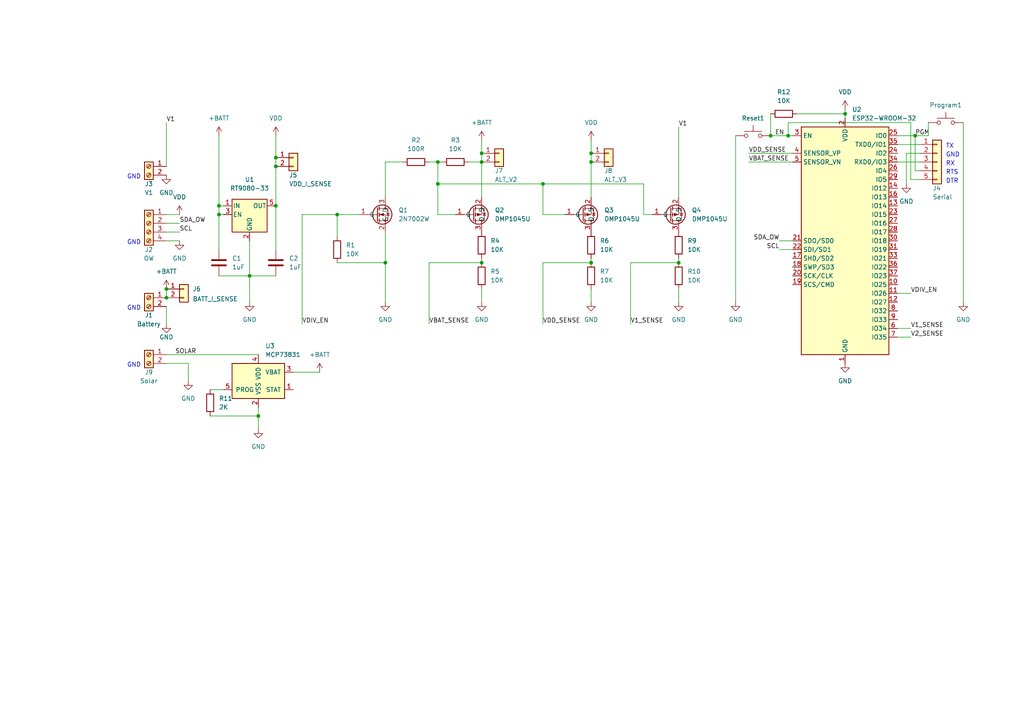
<source format=kicad_sch>
(kicad_sch (version 20211123) (generator eeschema)
  (paper "A4")
  (lib_symbols
    (symbol "BSS83P_1"
      (property "Reference" "Q" (at 5.08 1.905 0))
      (property "Value" "BSS83P_1" (at 5.08 0 0))
      (symbol "BSS83P_1_0_1"
        (polyline (pts (xy 0.254 0) (xy -2.54 0)))
        (polyline (pts (xy 0.254 1.905) (xy 0.254 -1.905)) (stroke (width 0.254)))
        (polyline (pts (xy 0.762 -1.27) (xy 0.762 -2.286)) (stroke (width 0.254)))
        (polyline (pts (xy 0.762 0.508) (xy 0.762 -0.508)) (stroke (width 0.254)))
        (polyline (pts (xy 0.762 2.286) (xy 0.762 1.27)) (stroke (width 0.254)))
        (polyline (pts (xy 2.54 2.54) (xy 2.54 1.778)))
        (polyline (pts (xy 2.54 -2.54) (xy 2.54 0) (xy 0.762 0)))
        (polyline (pts (xy 0.762 1.778) (xy 3.302 1.778) (xy 3.302 -1.778) (xy 0.762 -1.778)))
        (polyline (pts (xy 2.286 0) (xy 1.27 0.381) (xy 1.27 -0.381) (xy 2.286 0)) (fill (type outline)))
        (polyline (pts (xy 2.794 -0.508) (xy 2.921 -0.381) (xy 3.683 -0.381) (xy 3.81 -0.254)))
        (polyline (pts (xy 3.302 -0.381) (xy 2.921 0.254) (xy 3.683 0.254) (xy 3.302 -0.381)))
        (circle (center 1.651 0) (radius 2.794) (stroke (width 0.254)))
        (circle (center 2.54 -1.778) (radius 0.254) (fill (type outline)))
        (circle (center 2.54 1.778) (radius 0.254) (fill (type outline)))
      )
      (symbol "BSS83P_1_1_1"
        (pin input line (at -5.08 0 0) (length 2.54) (name "G") (number "1"))
        (pin passive line (at 2.54 -5.08 90) (length 2.54) (name "S") (number "2"))
        (pin passive line (at 2.54 5.08 270) (length 2.54) (name "D") (number "3"))
      )
    )
    (symbol "BSS83P_2"
      (property "Reference" "Q" (at 5.08 1.905 0))
      (property "Value" "BSS83P_2" (at 5.08 0 0))
      (symbol "BSS83P_2_0_1"
        (polyline (pts (xy 0.254 0) (xy -2.54 0)))
        (polyline (pts (xy 0.254 1.905) (xy 0.254 -1.905)) (stroke (width 0.254)))
        (polyline (pts (xy 0.762 -1.27) (xy 0.762 -2.286)) (stroke (width 0.254)))
        (polyline (pts (xy 0.762 0.508) (xy 0.762 -0.508)) (stroke (width 0.254)))
        (polyline (pts (xy 0.762 2.286) (xy 0.762 1.27)) (stroke (width 0.254)))
        (polyline (pts (xy 2.54 2.54) (xy 2.54 1.778)))
        (polyline (pts (xy 2.54 -2.54) (xy 2.54 0) (xy 0.762 0)))
        (polyline (pts (xy 0.762 1.778) (xy 3.302 1.778) (xy 3.302 -1.778) (xy 0.762 -1.778)))
        (polyline (pts (xy 2.286 0) (xy 1.27 0.381) (xy 1.27 -0.381) (xy 2.286 0)) (fill (type outline)))
        (polyline (pts (xy 2.794 -0.508) (xy 2.921 -0.381) (xy 3.683 -0.381) (xy 3.81 -0.254)))
        (polyline (pts (xy 3.302 -0.381) (xy 2.921 0.254) (xy 3.683 0.254) (xy 3.302 -0.381)))
        (circle (center 1.651 0) (radius 2.794) (stroke (width 0.254)))
        (circle (center 2.54 -1.778) (radius 0.254) (fill (type outline)))
        (circle (center 2.54 1.778) (radius 0.254) (fill (type outline)))
      )
      (symbol "BSS83P_2_1_1"
        (pin input line (at -5.08 0 0) (length 2.54) (name "G") (number "1"))
        (pin passive line (at 2.54 -5.08 90) (length 2.54) (name "S") (number "2"))
        (pin passive line (at 2.54 5.08 270) (length 2.54) (name "D") (number "3"))
      )
    )
    (symbol "Battery_Management:MCP73831-2-OT" (pin_names (offset 1.016))
      (property "Reference" "U" (at -7.62 6.35 0))
      (property "Value" "MCP73831-2-OT" (at 1.27 6.35 0))
      (symbol "MCP73831-2-OT_0_1"
        (rectangle (start -7.62 5.08) (end 7.62 -5.08) (stroke (width 0.254)) (fill (type background)))
      )
      (symbol "MCP73831-2-OT_1_1"
        (pin output line (at 10.16 -2.54 180) (length 2.54) (name "STAT") (number "1"))
        (pin power_in line (at 0 -7.62 90) (length 2.54) (name "VSS") (number "2"))
        (pin power_out line (at 10.16 2.54 180) (length 2.54) (name "VBAT") (number "3"))
        (pin power_in line (at 0 7.62 270) (length 2.54) (name "VDD") (number "4"))
        (pin input line (at -10.16 -2.54 0) (length 2.54) (name "PROG") (number "5"))
      )
    )
    (symbol "Connector:Screw_Terminal_01x02" (pin_names (offset 1.016) hide)
      (property "Reference" "J" (at 0 2.54 0))
      (property "Value" "Screw_Terminal_01x02" (at 0 -5.08 0))
      (symbol "Screw_Terminal_01x02_1_1"
        (rectangle (start -1.27 1.27) (end 1.27 -3.81) (stroke (width 0.254)) (fill (type background)))
        (circle (center 0 -2.54) (radius 0.635) (stroke (width 0.1524)))
        (polyline (pts (xy -0.5334 -2.2098) (xy 0.3302 -3.048)) (stroke (width 0.1524)))
        (polyline (pts (xy -0.5334 0.3302) (xy 0.3302 -0.508)) (stroke (width 0.1524)))
        (polyline (pts (xy -0.3556 -2.032) (xy 0.508 -2.8702)) (stroke (width 0.1524)))
        (polyline (pts (xy -0.3556 0.508) (xy 0.508 -0.3302)) (stroke (width 0.1524)))
        (circle (center 0 0) (radius 0.635) (stroke (width 0.1524)))
        (pin passive line (at -5.08 0 0) (length 3.81) (name "Pin_1") (number "1"))
        (pin passive line (at -5.08 -2.54 0) (length 3.81) (name "Pin_2") (number "2"))
      )
    )
    (symbol "Connector:Screw_Terminal_01x04" (pin_names (offset 1.016) hide)
      (property "Reference" "J" (at 0 5.08 0))
      (property "Value" "Screw_Terminal_01x04" (at 0 -7.62 0))
      (symbol "Screw_Terminal_01x04_1_1"
        (rectangle (start -1.27 3.81) (end 1.27 -6.35) (stroke (width 0.254)) (fill (type background)))
        (circle (center 0 -5.08) (radius 0.635) (stroke (width 0.1524)))
        (circle (center 0 -2.54) (radius 0.635) (stroke (width 0.1524)))
        (polyline (pts (xy -0.5334 -4.7498) (xy 0.3302 -5.588)) (stroke (width 0.1524)))
        (polyline (pts (xy -0.5334 -2.2098) (xy 0.3302 -3.048)) (stroke (width 0.1524)))
        (polyline (pts (xy -0.5334 0.3302) (xy 0.3302 -0.508)) (stroke (width 0.1524)))
        (polyline (pts (xy -0.5334 2.8702) (xy 0.3302 2.032)) (stroke (width 0.1524)))
        (polyline (pts (xy -0.3556 -4.572) (xy 0.508 -5.4102)) (stroke (width 0.1524)))
        (polyline (pts (xy -0.3556 -2.032) (xy 0.508 -2.8702)) (stroke (width 0.1524)))
        (polyline (pts (xy -0.3556 0.508) (xy 0.508 -0.3302)) (stroke (width 0.1524)))
        (polyline (pts (xy -0.3556 3.048) (xy 0.508 2.2098)) (stroke (width 0.1524)))
        (circle (center 0 0) (radius 0.635) (stroke (width 0.1524)))
        (circle (center 0 2.54) (radius 0.635) (stroke (width 0.1524)))
        (pin passive line (at -5.08 2.54 0) (length 3.81) (name "Pin_1") (number "1"))
        (pin passive line (at -5.08 0 0) (length 3.81) (name "Pin_2") (number "2"))
        (pin passive line (at -5.08 -2.54 0) (length 3.81) (name "Pin_3") (number "3"))
        (pin passive line (at -5.08 -5.08 0) (length 3.81) (name "Pin_4") (number "4"))
      )
    )
    (symbol "Connector_Generic:Conn_01x02" (pin_names (offset 1.016) hide)
      (property "Reference" "J" (at 0 2.54 0))
      (property "Value" "Conn_01x02" (at 0 -5.08 0))
      (symbol "Conn_01x02_1_1"
        (rectangle (start -1.27 -2.413) (end 0 -2.667) (stroke (width 0.1524)))
        (rectangle (start -1.27 0.127) (end 0 -0.127) (stroke (width 0.1524)))
        (rectangle (start -1.27 1.27) (end 1.27 -3.81) (stroke (width 0.254)) (fill (type background)))
        (pin passive line (at -5.08 0 0) (length 3.81) (name "Pin_1") (number "1"))
        (pin passive line (at -5.08 -2.54 0) (length 3.81) (name "Pin_2") (number "2"))
      )
    )
    (symbol "Connector_Generic:Conn_01x05" (pin_names (offset 1.016) hide)
      (property "Reference" "J" (at 0 7.62 0))
      (property "Value" "Conn_01x05" (at 0 -7.62 0))
      (symbol "Conn_01x05_1_1"
        (rectangle (start -1.27 -4.953) (end 0 -5.207) (stroke (width 0.1524)))
        (rectangle (start -1.27 -2.413) (end 0 -2.667) (stroke (width 0.1524)))
        (rectangle (start -1.27 0.127) (end 0 -0.127) (stroke (width 0.1524)))
        (rectangle (start -1.27 2.667) (end 0 2.413) (stroke (width 0.1524)))
        (rectangle (start -1.27 5.207) (end 0 4.953) (stroke (width 0.1524)))
        (rectangle (start -1.27 6.35) (end 1.27 -6.35) (stroke (width 0.254)) (fill (type background)))
        (pin passive line (at -5.08 5.08 0) (length 3.81) (name "Pin_1") (number "1"))
        (pin passive line (at -5.08 2.54 0) (length 3.81) (name "Pin_2") (number "2"))
        (pin passive line (at -5.08 0 0) (length 3.81) (name "Pin_3") (number "3"))
        (pin passive line (at -5.08 -2.54 0) (length 3.81) (name "Pin_4") (number "4"))
        (pin passive line (at -5.08 -5.08 0) (length 3.81) (name "Pin_5") (number "5"))
      )
    )
    (symbol "Device:C" (pin_numbers hide) (pin_names (offset 0.254))
      (property "Reference" "C" (at 0.635 2.54 0))
      (property "Value" "C" (at 0.635 -2.54 0))
      (symbol "C_0_1"
        (polyline (pts (xy -2.032 -0.762) (xy 2.032 -0.762)) (stroke (width 0.508)))
        (polyline (pts (xy -2.032 0.762) (xy 2.032 0.762)) (stroke (width 0.508)))
      )
      (symbol "C_1_1"
        (pin passive line (at 0 3.81 270) (length 2.794) (name "~") (number "1"))
        (pin passive line (at 0 -3.81 90) (length 2.794) (name "~") (number "2"))
      )
    )
    (symbol "Device:R" (pin_numbers hide) (pin_names (offset 0))
      (property "Reference" "R" (at 2.032 0 90))
      (property "Value" "R" (at 0 0 90))
      (symbol "R_0_1"
        (rectangle (start -1.016 -2.54) (end 1.016 2.54) (stroke (width 0.254)))
      )
      (symbol "R_1_1"
        (pin passive line (at 0 3.81 270) (length 1.27) (name "~") (number "1"))
        (pin passive line (at 0 -3.81 90) (length 1.27) (name "~") (number "2"))
      )
    )
    (symbol "RF_Module:ESP32-WROOM-32"
      (property "Reference" "U" (at -12.7 34.29 0))
      (property "Value" "ESP32-WROOM-32" (at 1.27 34.29 0))
      (symbol "ESP32-WROOM-32_0_1"
        (rectangle (start -12.7 33.02) (end 12.7 -33.02) (stroke (width 0.254)) (fill (type background)))
      )
      (symbol "ESP32-WROOM-32_1_1"
        (pin power_in line (at 0 -35.56 90) (length 2.54) (name "GND") (number "1"))
        (pin bidirectional line (at 15.24 -12.7 180) (length 2.54) (name "IO25") (number "10"))
        (pin bidirectional line (at 15.24 -15.24 180) (length 2.54) (name "IO26") (number "11"))
        (pin bidirectional line (at 15.24 -17.78 180) (length 2.54) (name "IO27") (number "12"))
        (pin bidirectional line (at 15.24 10.16 180) (length 2.54) (name "IO14") (number "13"))
        (pin bidirectional line (at 15.24 15.24 180) (length 2.54) (name "IO12") (number "14"))
        (pin passive line (at 0 -35.56 90) (length 2.54) hide (name "GND") (number "15"))
        (pin bidirectional line (at 15.24 12.7 180) (length 2.54) (name "IO13") (number "16"))
        (pin bidirectional line (at -15.24 -5.08 0) (length 2.54) (name "SHD/SD2") (number "17"))
        (pin bidirectional line (at -15.24 -7.62 0) (length 2.54) (name "SWP/SD3") (number "18"))
        (pin bidirectional line (at -15.24 -12.7 0) (length 2.54) (name "SCS/CMD") (number "19"))
        (pin power_in line (at 0 35.56 270) (length 2.54) (name "VDD") (number "2"))
        (pin bidirectional line (at -15.24 -10.16 0) (length 2.54) (name "SCK/CLK") (number "20"))
        (pin bidirectional line (at -15.24 0 0) (length 2.54) (name "SDO/SD0") (number "21"))
        (pin bidirectional line (at -15.24 -2.54 0) (length 2.54) (name "SDI/SD1") (number "22"))
        (pin bidirectional line (at 15.24 7.62 180) (length 2.54) (name "IO15") (number "23"))
        (pin bidirectional line (at 15.24 25.4 180) (length 2.54) (name "IO2") (number "24"))
        (pin bidirectional line (at 15.24 30.48 180) (length 2.54) (name "IO0") (number "25"))
        (pin bidirectional line (at 15.24 20.32 180) (length 2.54) (name "IO4") (number "26"))
        (pin bidirectional line (at 15.24 5.08 180) (length 2.54) (name "IO16") (number "27"))
        (pin bidirectional line (at 15.24 2.54 180) (length 2.54) (name "IO17") (number "28"))
        (pin bidirectional line (at 15.24 17.78 180) (length 2.54) (name "IO5") (number "29"))
        (pin input line (at -15.24 30.48 0) (length 2.54) (name "EN") (number "3"))
        (pin bidirectional line (at 15.24 0 180) (length 2.54) (name "IO18") (number "30"))
        (pin bidirectional line (at 15.24 -2.54 180) (length 2.54) (name "IO19") (number "31"))
        (pin no_connect line (at -12.7 -27.94 0) (length 2.54) hide (name "NC") (number "32"))
        (pin bidirectional line (at 15.24 -5.08 180) (length 2.54) (name "IO21") (number "33"))
        (pin bidirectional line (at 15.24 22.86 180) (length 2.54) (name "RXD0/IO3") (number "34"))
        (pin bidirectional line (at 15.24 27.94 180) (length 2.54) (name "TXD0/IO1") (number "35"))
        (pin bidirectional line (at 15.24 -7.62 180) (length 2.54) (name "IO22") (number "36"))
        (pin bidirectional line (at 15.24 -10.16 180) (length 2.54) (name "IO23") (number "37"))
        (pin passive line (at 0 -35.56 90) (length 2.54) hide (name "GND") (number "38"))
        (pin passive line (at 0 -35.56 90) (length 2.54) hide (name "GND") (number "39"))
        (pin input line (at -15.24 25.4 0) (length 2.54) (name "SENSOR_VP") (number "4"))
        (pin input line (at -15.24 22.86 0) (length 2.54) (name "SENSOR_VN") (number "5"))
        (pin input line (at 15.24 -25.4 180) (length 2.54) (name "IO34") (number "6"))
        (pin input line (at 15.24 -27.94 180) (length 2.54) (name "IO35") (number "7"))
        (pin bidirectional line (at 15.24 -20.32 180) (length 2.54) (name "IO32") (number "8"))
        (pin bidirectional line (at 15.24 -22.86 180) (length 2.54) (name "IO33") (number "9"))
      )
    )
    (symbol "R_1" (pin_numbers hide) (pin_names (offset 0))
      (property "Reference" "R" (at 2.032 0 90))
      (property "Value" "R_1" (at 0 0 90))
      (symbol "R_1_0_1"
        (rectangle (start -1.016 -2.54) (end 1.016 2.54) (stroke (width 0.254)))
      )
      (symbol "R_1_1_1"
        (pin passive line (at 0 3.81 270) (length 1.27) (name "~") (number "1"))
        (pin passive line (at 0 -3.81 90) (length 1.27) (name "~") (number "2"))
      )
    )
    (symbol "Regulator_Linear:TLV70012_SOT23-5" (pin_names (offset 0.254))
      (property "Reference" "U" (at -3.81 5.715 0))
      (property "Value" "TLV70012_SOT23-5" (at 0 5.715 0))
      (symbol "TLV70012_SOT23-5_0_1"
        (rectangle (start -5.08 4.445) (end 5.08 -5.08) (stroke (width 0.254)) (fill (type background)))
      )
      (symbol "TLV70012_SOT23-5_1_1"
        (pin power_in line (at -7.62 2.54 0) (length 2.54) (name "IN") (number "1"))
        (pin power_in line (at 0 -7.62 90) (length 2.54) (name "GND") (number "2"))
        (pin input line (at -7.62 0 0) (length 2.54) (name "EN") (number "3"))
        (pin no_connect line (at 5.08 0 180) (length 2.54) hide (name "NC") (number "4"))
        (pin power_out line (at 7.62 2.54 180) (length 2.54) (name "OUT") (number "5"))
      )
    )
    (symbol "Switch:SW_Push" (pin_numbers hide) (pin_names (offset 1.016) hide)
      (property "Reference" "SW" (at 1.27 2.54 0))
      (property "Value" "SW_Push" (at 0 -1.524 0))
      (symbol "SW_Push_0_1"
        (circle (center -2.032 0) (radius 0.508))
        (polyline (pts (xy 0 1.27) (xy 0 3.048)))
        (polyline (pts (xy 2.54 1.27) (xy -2.54 1.27)))
        (circle (center 2.032 0) (radius 0.508))
        (pin passive line (at -5.08 0 0) (length 2.54) (name "1") (number "1"))
        (pin passive line (at 5.08 0 180) (length 2.54) (name "2") (number "2"))
      )
    )
    (symbol "Transistor_FET:2N7002"
      (property "Reference" "Q" (at 5.08 1.905 0))
      (property "Value" "2N7002" (at 5.08 0 0))
      (symbol "2N7002_0_1"
        (polyline (pts (xy 0.254 0) (xy -2.54 0)))
        (polyline (pts (xy 0.254 1.905) (xy 0.254 -1.905)) (stroke (width 0.254)))
        (polyline (pts (xy 0.762 -1.27) (xy 0.762 -2.286)) (stroke (width 0.254)))
        (polyline (pts (xy 0.762 0.508) (xy 0.762 -0.508)) (stroke (width 0.254)))
        (polyline (pts (xy 0.762 2.286) (xy 0.762 1.27)) (stroke (width 0.254)))
        (polyline (pts (xy 2.54 2.54) (xy 2.54 1.778)))
        (polyline (pts (xy 2.54 -2.54) (xy 2.54 0) (xy 0.762 0)))
        (polyline (pts (xy 0.762 -1.778) (xy 3.302 -1.778) (xy 3.302 1.778) (xy 0.762 1.778)))
        (polyline (pts (xy 1.016 0) (xy 2.032 0.381) (xy 2.032 -0.381) (xy 1.016 0)) (fill (type outline)))
        (polyline (pts (xy 2.794 0.508) (xy 2.921 0.381) (xy 3.683 0.381) (xy 3.81 0.254)))
        (polyline (pts (xy 3.302 0.381) (xy 2.921 -0.254) (xy 3.683 -0.254) (xy 3.302 0.381)))
        (circle (center 1.651 0) (radius 2.794) (stroke (width 0.254)))
        (circle (center 2.54 -1.778) (radius 0.254) (fill (type outline)))
        (circle (center 2.54 1.778) (radius 0.254) (fill (type outline)))
      )
      (symbol "2N7002_1_1"
        (pin input line (at -5.08 0 0) (length 2.54) (name "G") (number "1"))
        (pin passive line (at 2.54 -5.08 90) (length 2.54) (name "S") (number "2"))
        (pin passive line (at 2.54 5.08 270) (length 2.54) (name "D") (number "3"))
      )
    )
    (symbol "Transistor_FET:BSS83P"
      (property "Reference" "Q" (at 5.08 1.905 0))
      (property "Value" "BSS83P" (at 5.08 0 0))
      (symbol "BSS83P_0_1"
        (polyline (pts (xy 0.254 0) (xy -2.54 0)))
        (polyline (pts (xy 0.254 1.905) (xy 0.254 -1.905)) (stroke (width 0.254)))
        (polyline (pts (xy 0.762 -1.27) (xy 0.762 -2.286)) (stroke (width 0.254)))
        (polyline (pts (xy 0.762 0.508) (xy 0.762 -0.508)) (stroke (width 0.254)))
        (polyline (pts (xy 0.762 2.286) (xy 0.762 1.27)) (stroke (width 0.254)))
        (polyline (pts (xy 2.54 2.54) (xy 2.54 1.778)))
        (polyline (pts (xy 2.54 -2.54) (xy 2.54 0) (xy 0.762 0)))
        (polyline (pts (xy 0.762 1.778) (xy 3.302 1.778) (xy 3.302 -1.778) (xy 0.762 -1.778)))
        (polyline (pts (xy 2.286 0) (xy 1.27 0.381) (xy 1.27 -0.381) (xy 2.286 0)) (fill (type outline)))
        (polyline (pts (xy 2.794 -0.508) (xy 2.921 -0.381) (xy 3.683 -0.381) (xy 3.81 -0.254)))
        (polyline (pts (xy 3.302 -0.381) (xy 2.921 0.254) (xy 3.683 0.254) (xy 3.302 -0.381)))
        (circle (center 1.651 0) (radius 2.794) (stroke (width 0.254)))
        (circle (center 2.54 -1.778) (radius 0.254) (fill (type outline)))
        (circle (center 2.54 1.778) (radius 0.254) (fill (type outline)))
      )
      (symbol "BSS83P_1_1"
        (pin input line (at -5.08 0 0) (length 2.54) (name "G") (number "1"))
        (pin passive line (at 2.54 -5.08 90) (length 2.54) (name "S") (number "2"))
        (pin passive line (at 2.54 5.08 270) (length 2.54) (name "D") (number "3"))
      )
    )
    (symbol "power:+BATT" (power) (pin_names (offset 0))
      (property "Value" "+BATT" (at 0 3.556 0))
      (symbol "+BATT_0_1"
        (polyline (pts (xy -0.762 1.27) (xy 0 2.54)))
        (polyline (pts (xy 0 0) (xy 0 2.54)))
        (polyline (pts (xy 0 2.54) (xy 0.762 1.27)))
      )
      (symbol "+BATT_1_1"
        (pin power_in line (at 0 0 90) (length 0) hide (name "+BATT") (number "1"))
      )
    )
    (symbol "power:GND" (power) (pin_names (offset 0))
      (property "Value" "GND" (at 0 -3.81 0))
      (symbol "GND_0_1"
        (polyline (pts (xy 0 0) (xy 0 -1.27) (xy 1.27 -1.27) (xy 0 -2.54) (xy -1.27 -1.27) (xy 0 -1.27)))
      )
      (symbol "GND_1_1"
        (pin power_in line (at 0 0 270) (length 0) hide (name "GND") (number "1"))
      )
    )
    (symbol "power:VDD" (power) (pin_names (offset 0))
      (property "Value" "VDD" (at 0 3.81 0))
      (symbol "VDD_0_1"
        (polyline (pts (xy -0.762 1.27) (xy 0 2.54)))
        (polyline (pts (xy 0 0) (xy 0 2.54)))
        (polyline (pts (xy 0 2.54) (xy 0.762 1.27)))
      )
      (symbol "VDD_1_1"
        (pin power_in line (at 0 0 90) (length 0) hide (name "VDD") (number "1"))
      )
    )
  )
  (junction (at 127 46.99))
  (junction (at 223.52 39.37))
  (junction (at 80.01 48.26))
  (junction (at 97.79 62.23))
  (junction (at 48.26 83.82))
  (junction (at 72.39 80.01))
  (junction (at 63.5 59.69))
  (junction (at 245.11 33.02))
  (junction (at 139.7 44.45))
  (junction (at 171.45 46.99))
  (junction (at 63.5 62.23))
  (junction (at 265.43 39.37))
  (junction (at 111.76 76.2))
  (junction (at 171.45 44.45))
  (junction (at 80.01 59.69))
  (junction (at 74.93 120.65))
  (junction (at 171.45 76.2))
  (junction (at 139.7 76.2))
  (junction (at 80.01 45.72))
  (junction (at 139.7 46.99))
  (junction (at 48.26 86.36))
  (junction (at 157.48 53.34))
  (junction (at 127 53.34))
  (junction (at 196.85 76.2))
  (junction (at 228.6 39.37))
  (wire (pts (xy 60.96 120.65) (xy 74.93 120.65)))
  (wire (pts (xy 97.79 62.23) (xy 104.14 62.23)))
  (wire (pts (xy 139.7 46.99) (xy 139.7 57.15)))
  (wire (pts (xy 97.79 76.2) (xy 111.76 76.2)))
  (wire (pts (xy 231.14 33.02) (xy 245.11 33.02)))
  (wire (pts (xy 226.06 72.39) (xy 229.87 72.39)))
  (wire (pts (xy 266.7 49.53) (xy 265.43 49.53)))
  (wire (pts (xy 266.7 44.45) (xy 262.89 44.45)))
  (wire (pts (xy 171.45 74.93) (xy 171.45 76.2)))
  (wire (pts (xy 139.7 44.45) (xy 139.7 46.99)))
  (wire (pts (xy 48.26 67.31) (xy 52.07 67.31)))
  (wire (pts (xy 124.46 76.2) (xy 124.46 93.98)))
  (wire (pts (xy 196.85 36.83) (xy 196.85 57.15)))
  (wire (pts (xy 139.7 40.64) (xy 139.7 44.45)))
  (wire (pts (xy 80.01 39.37) (xy 80.01 45.72)))
  (wire (pts (xy 260.35 41.91) (xy 266.7 41.91)))
  (wire (pts (xy 48.26 48.26) (xy 48.26 35.56)))
  (wire (pts (xy 135.89 46.99) (xy 139.7 46.99)))
  (wire (pts (xy 80.01 59.69) (xy 80.01 72.39)))
  (wire (pts (xy 186.69 62.23) (xy 189.23 62.23)))
  (wire (pts (xy 171.45 40.64) (xy 171.45 44.45)))
  (wire (pts (xy 124.46 46.99) (xy 127 46.99)))
  (wire (pts (xy 74.93 120.65) (xy 74.93 124.46)))
  (wire (pts (xy 48.26 64.77) (xy 52.07 64.77)))
  (wire (pts (xy 127 46.99) (xy 127 53.34)))
  (wire (pts (xy 124.46 76.2) (xy 139.7 76.2)))
  (wire (pts (xy 127 62.23) (xy 132.08 62.23)))
  (wire (pts (xy 48.26 88.9) (xy 48.26 93.98)))
  (wire (pts (xy 157.48 53.34) (xy 157.48 62.23)))
  (wire (pts (xy 111.76 46.99) (xy 116.84 46.99)))
  (wire (pts (xy 63.5 39.37) (xy 63.5 59.69)))
  (wire (pts (xy 213.36 39.37) (xy 213.36 87.63)))
  (wire (pts (xy 223.52 39.37) (xy 228.6 39.37)))
  (wire (pts (xy 245.11 31.75) (xy 245.11 33.02)))
  (wire (pts (xy 266.7 52.07) (xy 264.16 52.07)))
  (wire (pts (xy 63.5 80.01) (xy 72.39 80.01)))
  (wire (pts (xy 182.88 76.2) (xy 196.85 76.2)))
  (wire (pts (xy 85.09 107.95) (xy 92.71 107.95)))
  (wire (pts (xy 63.5 62.23) (xy 64.77 62.23)))
  (wire (pts (xy 111.76 57.15) (xy 111.76 46.99)))
  (wire (pts (xy 182.88 76.2) (xy 182.88 93.98)))
  (wire (pts (xy 87.63 62.23) (xy 97.79 62.23)))
  (wire (pts (xy 196.85 74.93) (xy 196.85 76.2)))
  (wire (pts (xy 186.69 53.34) (xy 157.48 53.34)))
  (wire (pts (xy 87.63 62.23) (xy 87.63 93.98)))
  (wire (pts (xy 74.93 118.11) (xy 74.93 120.65)))
  (wire (pts (xy 223.52 33.02) (xy 223.52 39.37)))
  (wire (pts (xy 196.85 83.82) (xy 196.85 87.63)))
  (wire (pts (xy 260.35 97.79) (xy 264.16 97.79)))
  (wire (pts (xy 157.48 76.2) (xy 171.45 76.2)))
  (wire (pts (xy 265.43 39.37) (xy 265.43 49.53)))
  (wire (pts (xy 264.16 52.07) (xy 264.16 35.56)))
  (wire (pts (xy 127 46.99) (xy 128.27 46.99)))
  (wire (pts (xy 72.39 80.01) (xy 72.39 87.63)))
  (wire (pts (xy 48.26 105.41) (xy 54.61 105.41)))
  (wire (pts (xy 48.26 86.36) (xy 48.26 83.82)))
  (wire (pts (xy 127 53.34) (xy 157.48 53.34)))
  (wire (pts (xy 139.7 83.82) (xy 139.7 87.63)))
  (wire (pts (xy 157.48 76.2) (xy 157.48 93.98)))
  (wire (pts (xy 228.6 39.37) (xy 229.87 39.37)))
  (wire (pts (xy 111.76 76.2) (xy 111.76 87.63)))
  (wire (pts (xy 80.01 48.26) (xy 80.01 59.69)))
  (wire (pts (xy 269.24 35.56) (xy 269.24 39.37)))
  (wire (pts (xy 63.5 59.69) (xy 63.5 62.23)))
  (wire (pts (xy 80.01 45.72) (xy 80.01 48.26)))
  (wire (pts (xy 139.7 74.93) (xy 139.7 76.2)))
  (wire (pts (xy 48.26 62.23) (xy 52.07 62.23)))
  (wire (pts (xy 60.96 113.03) (xy 64.77 113.03)))
  (wire (pts (xy 245.11 33.02) (xy 245.11 34.29)))
  (wire (pts (xy 226.06 69.85) (xy 229.87 69.85)))
  (wire (pts (xy 63.5 62.23) (xy 63.5 72.39)))
  (wire (pts (xy 127 53.34) (xy 127 62.23)))
  (wire (pts (xy 260.35 85.09) (xy 264.16 85.09)))
  (wire (pts (xy 228.6 35.56) (xy 228.6 39.37)))
  (wire (pts (xy 260.35 95.25) (xy 264.16 95.25)))
  (wire (pts (xy 262.89 44.45) (xy 262.89 53.34)))
  (wire (pts (xy 260.35 46.99) (xy 266.7 46.99)))
  (wire (pts (xy 279.4 35.56) (xy 279.4 87.63)))
  (wire (pts (xy 264.16 35.56) (xy 228.6 35.56)))
  (wire (pts (xy 171.45 46.99) (xy 171.45 57.15)))
  (wire (pts (xy 171.45 44.45) (xy 171.45 46.99)))
  (wire (pts (xy 97.79 62.23) (xy 97.79 68.58)))
  (wire (pts (xy 265.43 39.37) (xy 269.24 39.37)))
  (wire (pts (xy 63.5 59.69) (xy 64.77 59.69)))
  (wire (pts (xy 186.69 62.23) (xy 186.69 53.34)))
  (wire (pts (xy 72.39 69.85) (xy 72.39 80.01)))
  (wire (pts (xy 54.61 105.41) (xy 54.61 110.49)))
  (wire (pts (xy 72.39 80.01) (xy 80.01 80.01)))
  (wire (pts (xy 48.26 102.87) (xy 74.93 102.87)))
  (wire (pts (xy 171.45 87.63) (xy 171.45 83.82)))
  (wire (pts (xy 217.17 46.99) (xy 229.87 46.99)))
  (wire (pts (xy 157.48 62.23) (xy 163.83 62.23)))
  (wire (pts (xy 217.17 44.45) (xy 229.87 44.45)))
  (wire (pts (xy 111.76 67.31) (xy 111.76 76.2)))
  (wire (pts (xy 48.26 69.85) (xy 52.07 69.85)))
  (wire (pts (xy 260.35 39.37) (xy 265.43 39.37)))
  (text "GND" (at 36.83 71.12 0) (effects (font (size 1.27 1.27)) (justify left bottom)))
  (text "DTR" (at 274.32 53.34 0) (effects (font (size 1.27 1.27)) (justify left bottom)))
  (text "GND" (at 36.83 52.07 0) (effects (font (size 1.27 1.27)) (justify left bottom)))
  (text "GND" (at 36.83 106.68 0) (effects (font (size 1.27 1.27)) (justify left bottom)))
  (text "RTS" (at 274.32 50.8 0) (effects (font (size 1.27 1.27)) (justify left bottom)))
  (text "GND" (at 36.83 90.17 0) (effects (font (size 1.27 1.27)) (justify left bottom)))
  (text "GND" (at 274.32 45.72 0) (effects (font (size 1.27 1.27)) (justify left bottom)))
  (text "RX" (at 274.32 48.26 0) (effects (font (size 1.27 1.27)) (justify left bottom)))
  (text "TX" (at 274.32 43.18 0) (effects (font (size 1.27 1.27)) (justify left bottom)))
  (label "VDIV_EN" (at 87.63 93.98 0))
  (label "VDD_SENSE" (at 157.48 93.98 0))
  (label "SCL" (at 52.07 67.31 0))
  (label "VBAT_SENSE" (at 124.46 93.98 0))
  (label "V1" (at 48.26 35.56 0))
  (label "V1_SENSE" (at 182.88 93.98 0))
  (label "SOLAR" (at 50.8 102.87 0))
  (label "PGM" (at 265.43 39.37 0))
  (label "V1" (at 196.85 36.83 0))
  (label "EN" (at 224.79 39.37 0))
  (label "SDA_OW" (at 52.07 64.77 0))
  (label "V2_SENSE" (at 264.16 97.79 0))
  (label "VBAT_SENSE" (at 217.17 46.99 0))
  (label "SCL" (at 226.06 72.39 180))
  (label "VDIV_EN" (at 264.16 85.09 0))
  (label "VDD_SENSE" (at 217.17 44.45 0))
  (label "SDA_OW" (at 226.06 69.85 180))
  (label "V1_SENSE" (at 264.16 95.25 0))
  (symbol (lib_id "Device:R") (at 132.08 46.99 270) (unit 1)
    (property "Reference" "R3" (at 132.08 40.64 90))
    (property "Value" "10K" (at 132.08 43.18 90))
    (property "Footprint" "Resistor_SMD:R_0805_2012Metric" (effects hide))
  )
  (symbol (lib_id "Connector_Generic:Conn_01x02") (at 176.53 44.45 0) (unit 1)
    (property "Reference" "J8" (at 175.26 49.53 0) (effects (justify left)))
    (property "Value" "ALT_V3" (at 175.26 52.07 0) (effects (justify left)))
    (property "Footprint" "Connector_PinHeader_2.54mm:PinHeader_1x02_P2.54mm_Vertical" (effects hide))
  )
  (symbol (lib_id "power:VDD") (at 52.07 62.23 0) (unit 1)
    (property "Reference" "#PWR0103" (effects hide))
    (property "Value" "VDD" (at 52.07 57.15 0))
  )
  (symbol (lib_id "power:+BATT") (at 92.71 107.95 0) (unit 1)
    (property "Reference" "#PWR0120" (effects hide))
    (property "Value" "+BATT" (at 92.71 102.87 0))
  )
  (symbol (lib_id "power:VDD") (at 171.45 40.64 0) (unit 1)
    (property "Reference" "#PWR0106" (effects hide))
    (property "Value" "VDD" (at 171.45 35.56 0))
  )
  (symbol (lib_id "power:GND") (at 245.11 105.41 0) (unit 1)
    (property "Reference" "#PWR0110" (effects hide))
    (property "Value" "GND" (at 245.11 110.49 0))
  )
  (symbol (lib_id "Device:R") (at 120.65 46.99 270) (unit 1)
    (property "Reference" "R2" (at 120.65 40.64 90))
    (property "Value" "100R" (at 120.65 43.18 90))
    (property "Footprint" "Resistor_SMD:R_0805_2012Metric" (effects hide))
  )
  (symbol (lib_id "Device:R") (at 139.7 80.01 0) (unit 1)
    (property "Reference" "R5" (at 142.24 78.7399 0) (effects (justify left)))
    (property "Value" "10K" (at 142.24 81.2799 0) (effects (justify left)))
    (property "Footprint" "Resistor_SMD:R_0805_2012Metric" (effects hide))
  )
  (symbol (lib_name "BSS83P_2") (lib_id "Transistor_FET:BSS83P") (at 168.91 62.23 0) (mirror x) (unit 1)
    (property "Reference" "Q3" (at 175.26 60.9599 0) (effects (justify left)))
    (property "Value" "DMP1045U" (at 175.26 63.4999 0) (effects (justify left)))
    (property "Footprint" "Package_TO_SOT_SMD:SOT-23" (effects hide))
    (property "Datasheet" "http://www.farnell.com/datasheets/1835997.pdf" (effects hide))
  )
  (symbol (lib_id "Connector:Screw_Terminal_01x04") (at 43.18 64.77 0) (mirror y) (unit 1)
    (property "Reference" "J2" (at 43.18 72.39 0))
    (property "Value" "OW" (at 43.18 74.93 0))
    (property "Footprint" "TerminalBlock_TE-Connectivity:TerminalBlock_TE_282834-4_1x04_P2.54mm_Horizontal" (effects hide))
  )
  (symbol (lib_id "Transistor_FET:2N7002") (at 109.22 62.23 0) (unit 1)
    (property "Reference" "Q1" (at 115.57 60.9599 0) (effects (justify left)))
    (property "Value" "2N7002W" (at 115.57 63.4999 0) (effects (justify left)))
    (property "Footprint" "Package_TO_SOT_SMD:SOT-23" (effects hide))
    (property "Datasheet" "https://www.onsemi.com/pub/Collateral/NDS7002A-D.PDF" (effects hide))
  )
  (symbol (lib_id "power:+BATT") (at 139.7 40.64 0) (unit 1)
    (property "Reference" "#PWR0114" (effects hide))
    (property "Value" "+BATT" (at 139.7 35.56 0))
  )
  (symbol (lib_id "power:GND") (at 52.07 69.85 0) (unit 1)
    (property "Reference" "#PWR0104" (effects hide))
    (property "Value" "GND" (at 52.07 74.93 0))
  )
  (symbol (lib_name "BSS83P_1") (lib_id "Transistor_FET:BSS83P") (at 137.16 62.23 0) (mirror x) (unit 1)
    (property "Reference" "Q2" (at 143.51 60.9599 0) (effects (justify left)))
    (property "Value" "DMP1045U" (at 143.51 63.4999 0) (effects (justify left)))
    (property "Footprint" "Package_TO_SOT_SMD:SOT-23" (effects hide))
    (property "Datasheet" "http://www.farnell.com/datasheets/1835997.pdf" (effects hide))
  )
  (symbol (lib_id "Connector_Generic:Conn_01x02") (at 53.34 83.82 0) (unit 1)
    (property "Reference" "J6" (at 55.88 83.82 0) (effects (justify left)))
    (property "Value" "BATT_I_SENSE" (at 55.88 86.7155 0) (effects (justify left)))
    (property "Footprint" "Connector_PinHeader_2.54mm:PinHeader_1x02_P2.54mm_Vertical" (effects hide))
  )
  (symbol (lib_id "Device:R") (at 196.85 71.12 0) (unit 1)
    (property "Reference" "R9" (at 199.39 69.8499 0) (effects (justify left)))
    (property "Value" "10K" (at 199.39 72.3899 0) (effects (justify left)))
    (property "Footprint" "Resistor_SMD:R_0805_2012Metric" (effects hide))
  )
  (symbol (lib_id "power:GND") (at 262.89 53.34 0) (unit 1)
    (property "Reference" "#PWR0107" (effects hide))
    (property "Value" "GND" (at 262.89 58.42 0))
  )
  (symbol (lib_id "Connector:Screw_Terminal_01x02") (at 43.18 102.87 0) (mirror y) (unit 1)
    (property "Reference" "J9" (at 43.18 107.95 0))
    (property "Value" "Solar" (at 43.18 110.49 0))
    (property "Footprint" "TerminalBlock_TE-Connectivity:TerminalBlock_TE_282834-2_1x02_P2.54mm_Horizontal" (effects hide))
  )
  (symbol (lib_id "power:GND") (at 48.26 50.8 0) (unit 1)
    (property "Reference" "#PWR0117" (effects hide))
    (property "Value" "GND" (at 48.26 55.88 0))
  )
  (symbol (lib_id "power:GND") (at 171.45 87.63 0) (unit 1)
    (property "Reference" "#PWR0109" (effects hide))
    (property "Value" "GND" (at 171.45 92.71 0))
  )
  (symbol (lib_id "power:+BATT") (at 63.5 39.37 0) (unit 1)
    (property "Reference" "#PWR0112" (effects hide))
    (property "Value" "+BATT" (at 63.5 34.29 0))
  )
  (symbol (lib_id "Connector_Generic:Conn_01x05") (at 271.78 46.99 0) (unit 1)
    (property "Reference" "J4" (at 270.51 54.61 0) (effects (justify left)))
    (property "Value" "Serial" (at 270.51 57.15 0) (effects (justify left)))
    (property "Footprint" "Connector_PinHeader_2.54mm:PinHeader_1x05_P2.54mm_Vertical" (effects hide))
  )
  (symbol (lib_id "Battery_Management:MCP73831-2-OT") (at 74.93 110.49 0) (unit 1)
    (property "Reference" "U3" (at 76.9494 100.33 0) (effects (justify left)))
    (property "Value" "MCP73831" (at 76.9494 102.87 0) (effects (justify left)))
    (property "Footprint" "Package_TO_SOT_SMD:SOT-23-5" (effects hide))
    (property "Datasheet" "http://ww1.microchip.com/downloads/en/DeviceDoc/20001984g.pdf" (effects hide))
  )
  (symbol (lib_id "Switch:SW_Push") (at 274.32 35.56 0) (unit 1)
    (property "Reference" "Program1" (at 274.32 30.48 0))
    (property "Value" "SW_Push" (effects hide))
    (property "Footprint" "0-Eyal:My_Switch" (effects hide))
  )
  (symbol (lib_id "power:GND") (at 54.61 110.49 0) (unit 1)
    (property "Reference" "#PWR0122" (effects hide))
    (property "Value" "GND" (at 54.61 115.57 0))
  )
  (symbol (lib_id "power:GND") (at 196.85 87.63 0) (unit 1)
    (property "Reference" "#PWR0116" (effects hide))
    (property "Value" "GND" (at 196.85 92.71 0))
  )
  (symbol (lib_id "Switch:SW_Push") (at 218.44 39.37 0) (unit 1)
    (property "Reference" "Reset1" (at 218.44 34.29 0))
    (property "Value" "SW_Push" (effects hide))
    (property "Footprint" "0-Eyal:My_Switch" (effects hide))
  )
  (symbol (lib_id "Transistor_FET:BSS83P") (at 194.31 62.23 0) (mirror x) (unit 1)
    (property "Reference" "Q4" (at 200.66 60.9599 0) (effects (justify left)))
    (property "Value" "DMP1045U" (at 200.66 63.4999 0) (effects (justify left)))
    (property "Footprint" "Package_TO_SOT_SMD:SOT-23" (effects hide))
    (property "Datasheet" "http://www.farnell.com/datasheets/1835997.pdf" (effects hide))
  )
  (symbol (lib_id "power:+BATT") (at 48.26 83.82 0) (unit 1)
    (property "Reference" "#PWR0101" (effects hide))
    (property "Value" "+BATT" (at 48.26 78.74 0))
  )
  (symbol (lib_id "Connector:Screw_Terminal_01x02") (at 43.18 86.36 0) (mirror y) (unit 1)
    (property "Reference" "J1" (at 43.18 91.44 0))
    (property "Value" "Battery" (at 43.18 93.98 0))
    (property "Footprint" "TerminalBlock_TE-Connectivity:TerminalBlock_TE_282834-2_1x02_P2.54mm_Horizontal" (effects hide))
  )
  (symbol (lib_id "Regulator_Linear:TLV70012_SOT23-5") (at 72.39 62.23 0) (unit 1)
    (property "Reference" "U1" (at 72.39 52.07 0))
    (property "Value" "RT9080-33" (at 72.39 54.61 0))
    (property "Footprint" "Package_TO_SOT_SMD:SOT-23-5" (effects hide))
    (property "Datasheet" "https://www.digikey.com/htmldatasheets/production/1959320/0/0/1/rt9080-n-.html" (effects hide))
  )
  (symbol (lib_id "Device:R") (at 196.85 80.01 0) (unit 1)
    (property "Reference" "R10" (at 199.39 78.7399 0) (effects (justify left)))
    (property "Value" "10K" (at 199.39 81.2799 0) (effects (justify left)))
    (property "Footprint" "Resistor_SMD:R_0805_2012Metric" (effects hide))
  )
  (symbol (lib_id "Device:R") (at 171.45 71.12 0) (unit 1)
    (property "Reference" "R6" (at 173.99 69.8499 0) (effects (justify left)))
    (property "Value" "10K" (at 173.99 72.3899 0) (effects (justify left)))
    (property "Footprint" "Resistor_SMD:R_0805_2012Metric" (effects hide))
  )
  (symbol (lib_id "power:GND") (at 213.36 87.63 0) (unit 1)
    (property "Reference" "#PWR0119" (effects hide))
    (property "Value" "GND" (at 213.36 92.71 0))
  )
  (symbol (lib_id "Device:R") (at 97.79 72.39 0) (unit 1)
    (property "Reference" "R1" (at 100.33 71.1199 0) (effects (justify left)))
    (property "Value" "10K" (at 100.33 73.6599 0) (effects (justify left)))
    (property "Footprint" "Resistor_SMD:R_0805_2012Metric" (effects hide))
  )
  (symbol (lib_id "Connector_Generic:Conn_01x02") (at 85.09 45.72 0) (unit 1)
    (property "Reference" "J5" (at 83.82 50.8 0) (effects (justify left)))
    (property "Value" "VDD_I_SENSE" (at 83.82 53.34 0) (effects (justify left)))
    (property "Footprint" "Connector_PinHeader_2.54mm:PinHeader_1x02_P2.54mm_Vertical" (effects hide))
  )
  (symbol (lib_name "R_1") (lib_id "Device:R") (at 171.45 80.01 0) (unit 1)
    (property "Reference" "R7" (at 173.99 78.7399 0) (effects (justify left)))
    (property "Value" "10K" (at 173.99 81.2799 0) (effects (justify left)))
    (property "Footprint" "Resistor_SMD:R_0805_2012Metric" (effects hide))
  )
  (symbol (lib_id "Device:R") (at 60.96 116.84 0) (unit 1)
    (property "Reference" "R11" (at 63.5 115.5699 0) (effects (justify left)))
    (property "Value" "2K" (at 63.5 118.1099 0) (effects (justify left)))
    (property "Footprint" "Resistor_SMD:R_0805_2012Metric" (effects hide))
  )
  (symbol (lib_id "RF_Module:ESP32-WROOM-32") (at 245.11 69.85 0) (unit 1)
    (property "Reference" "U2" (at 247.1294 31.75 0) (effects (justify left)))
    (property "Value" "ESP32-WROOM-32" (at 247.1294 34.29 0) (effects (justify left)))
    (property "Footprint" "RF_Module:ESP32-WROOM-32" (effects hide))
    (property "Datasheet" "https://www.espressif.com/sites/default/files/documentation/esp32-wroom-32_datasheet_en.pdf" (effects hide))
  )
  (symbol (lib_id "Device:C") (at 80.01 76.2 0) (unit 1)
    (property "Reference" "C2" (at 83.82 74.9299 0) (effects (justify left)))
    (property "Value" "1uF" (at 83.82 77.4699 0) (effects (justify left)))
    (property "Footprint" "Capacitor_SMD:C_0805_2012Metric" (effects hide))
  )
  (symbol (lib_id "power:GND") (at 111.76 87.63 0) (unit 1)
    (property "Reference" "#PWR0111" (effects hide))
    (property "Value" "GND" (at 111.76 92.71 0))
  )
  (symbol (lib_id "power:GND") (at 48.26 93.98 0) (unit 1)
    (property "Reference" "#PWR0102" (effects hide))
    (property "Value" "GND" (at 48.26 97.79 0))
  )
  (symbol (lib_id "Device:C") (at 63.5 76.2 0) (unit 1)
    (property "Reference" "C1" (at 67.31 74.9299 0) (effects (justify left)))
    (property "Value" "1uF" (at 67.31 77.4699 0) (effects (justify left)))
    (property "Footprint" "Capacitor_SMD:C_0805_2012Metric" (effects hide))
  )
  (symbol (lib_id "power:GND") (at 279.4 87.63 0) (unit 1)
    (property "Reference" "#PWR0118" (effects hide))
    (property "Value" "GND" (at 279.4 92.71 0))
  )
  (symbol (lib_id "Device:R") (at 227.33 33.02 270) (unit 1)
    (property "Reference" "R12" (at 227.33 26.67 90))
    (property "Value" "10K" (at 227.33 29.21 90))
    (property "Footprint" "Resistor_SMD:R_0805_2012Metric" (effects hide))
  )
  (symbol (lib_id "power:VDD") (at 80.01 39.37 0) (unit 1)
    (property "Reference" "#PWR0113" (effects hide))
    (property "Value" "VDD" (at 80.01 34.29 0))
  )
  (symbol (lib_id "Device:R") (at 139.7 71.12 0) (unit 1)
    (property "Reference" "R4" (at 142.24 69.8499 0) (effects (justify left)))
    (property "Value" "10K" (at 142.24 72.3899 0) (effects (justify left)))
    (property "Footprint" "Resistor_SMD:R_0805_2012Metric" (effects hide))
  )
  (symbol (lib_id "power:GND") (at 139.7 87.63 0) (unit 1)
    (property "Reference" "#PWR0115" (effects hide))
    (property "Value" "GND" (at 139.7 92.71 0))
  )
  (symbol (lib_id "Connector:Screw_Terminal_01x02") (at 43.18 48.26 0) (mirror y) (unit 1)
    (property "Reference" "J3" (at 43.18 53.34 0))
    (property "Value" "V1" (at 43.18 55.88 0))
    (property "Footprint" "TerminalBlock_TE-Connectivity:TerminalBlock_TE_282834-2_1x02_P2.54mm_Horizontal" (effects hide))
  )
  (symbol (lib_id "power:GND") (at 74.93 124.46 0) (unit 1)
    (property "Reference" "#PWR0121" (effects hide))
    (property "Value" "GND" (at 74.93 129.54 0))
  )
  (symbol (lib_id "power:GND") (at 72.39 87.63 0) (unit 1)
    (property "Reference" "#PWR0105" (effects hide))
    (property "Value" "GND" (at 72.39 92.71 0))
  )
  (symbol (lib_id "Connector_Generic:Conn_01x02") (at 144.78 44.45 0) (unit 1)
    (property "Reference" "J7" (at 143.51 49.53 0) (effects (justify left)))
    (property "Value" "ALT_V2" (at 143.51 52.07 0) (effects (justify left)))
    (property "Footprint" "Connector_PinHeader_2.54mm:PinHeader_1x02_P2.54mm_Vertical" (effects hide))
  )
  (symbol (lib_id "power:VDD") (at 245.11 31.75 0) (unit 1)
    (property "Reference" "#PWR0108" (effects hide))
    (property "Value" "VDD" (at 245.11 26.67 0))
  )
)
</source>
